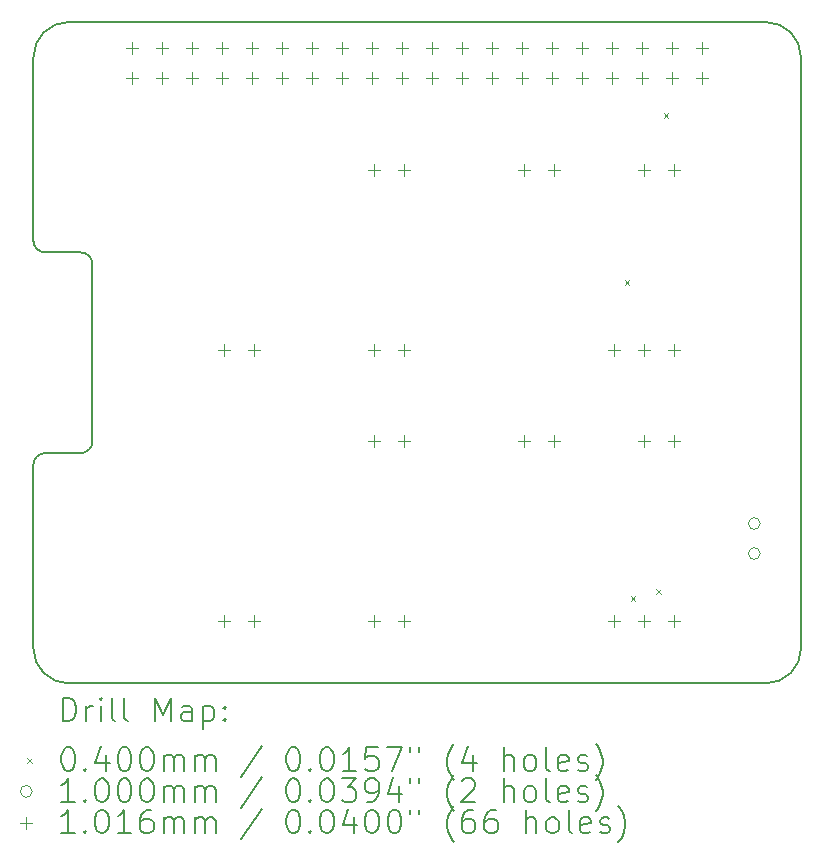
<source format=gbr>
%TF.GenerationSoftware,KiCad,Pcbnew,(6.0.7)*%
%TF.CreationDate,2022-10-26T04:57:18-04:00*%
%TF.ProjectId,RPi_Hat,5250695f-4861-4742-9e6b-696361645f70,rev?*%
%TF.SameCoordinates,Original*%
%TF.FileFunction,Drillmap*%
%TF.FilePolarity,Positive*%
%FSLAX45Y45*%
G04 Gerber Fmt 4.5, Leading zero omitted, Abs format (unit mm)*
G04 Created by KiCad (PCBNEW (6.0.7)) date 2022-10-26 04:57:18*
%MOMM*%
%LPD*%
G01*
G04 APERTURE LIST*
%ADD10C,0.200000*%
%ADD11C,0.040000*%
%ADD12C,0.100000*%
%ADD13C,0.101600*%
G04 APERTURE END LIST*
D10*
X10530700Y-10970500D02*
G75*
G03*
X10830700Y-11270500I300000J0D01*
G01*
X16730700Y-11270500D02*
G75*
G03*
X17030700Y-10970500I0J300000D01*
G01*
X10530700Y-7520500D02*
G75*
G03*
X10630700Y-7620500I100000J0D01*
G01*
X11030700Y-7720500D02*
G75*
G03*
X10930700Y-7620500I-100000J0D01*
G01*
X10930700Y-9320500D02*
G75*
G03*
X11030700Y-9220500I0J100000D01*
G01*
X10630700Y-9320500D02*
G75*
G03*
X10530700Y-9420500I0J-100000D01*
G01*
X10830700Y-5670500D02*
G75*
G03*
X10530700Y-5970500I0J-300000D01*
G01*
X10830700Y-5670500D02*
X16730700Y-5670500D01*
X17030700Y-5970500D02*
G75*
G03*
X16730700Y-5670500I-300000J0D01*
G01*
X10530700Y-5970500D02*
X10530700Y-7520500D01*
X10530700Y-9420500D02*
X10530700Y-10970500D01*
X17030700Y-5970500D02*
X17030700Y-10970500D01*
X10630700Y-9320500D02*
X10930700Y-9320500D01*
X11030700Y-7720500D02*
X11030700Y-9220500D01*
X10630700Y-7620500D02*
X10930700Y-7620500D01*
X10830700Y-11270500D02*
X16730700Y-11270500D01*
D11*
X15537500Y-7854000D02*
X15577500Y-7894000D01*
X15577500Y-7854000D02*
X15537500Y-7894000D01*
X15588300Y-10533700D02*
X15628300Y-10573700D01*
X15628300Y-10533700D02*
X15588300Y-10573700D01*
X15804200Y-10470200D02*
X15844200Y-10510200D01*
X15844200Y-10470200D02*
X15804200Y-10510200D01*
X15867700Y-6444300D02*
X15907700Y-6484300D01*
X15907700Y-6444300D02*
X15867700Y-6484300D01*
D12*
X16684500Y-9916700D02*
G75*
G03*
X16684500Y-9916700I-50000J0D01*
G01*
X16684500Y-10170700D02*
G75*
G03*
X16684500Y-10170700I-50000J0D01*
G01*
D13*
X11367700Y-5842700D02*
X11367700Y-5944300D01*
X11316900Y-5893500D02*
X11418500Y-5893500D01*
X11367700Y-6096700D02*
X11367700Y-6198300D01*
X11316900Y-6147500D02*
X11418500Y-6147500D01*
X11621700Y-5842700D02*
X11621700Y-5944300D01*
X11570900Y-5893500D02*
X11672500Y-5893500D01*
X11621700Y-6096700D02*
X11621700Y-6198300D01*
X11570900Y-6147500D02*
X11672500Y-6147500D01*
X11875700Y-5842700D02*
X11875700Y-5944300D01*
X11824900Y-5893500D02*
X11926500Y-5893500D01*
X11875700Y-6096700D02*
X11875700Y-6198300D01*
X11824900Y-6147500D02*
X11926500Y-6147500D01*
X12129700Y-5842700D02*
X12129700Y-5944300D01*
X12078900Y-5893500D02*
X12180500Y-5893500D01*
X12129700Y-6096700D02*
X12129700Y-6198300D01*
X12078900Y-6147500D02*
X12180500Y-6147500D01*
X12141200Y-8394700D02*
X12141200Y-8496300D01*
X12090400Y-8445500D02*
X12192000Y-8445500D01*
X12141200Y-10693400D02*
X12141200Y-10795000D01*
X12090400Y-10744200D02*
X12192000Y-10744200D01*
X12383700Y-5842700D02*
X12383700Y-5944300D01*
X12332900Y-5893500D02*
X12434500Y-5893500D01*
X12383700Y-6096700D02*
X12383700Y-6198300D01*
X12332900Y-6147500D02*
X12434500Y-6147500D01*
X12395200Y-8394700D02*
X12395200Y-8496300D01*
X12344400Y-8445500D02*
X12446000Y-8445500D01*
X12395200Y-10693400D02*
X12395200Y-10795000D01*
X12344400Y-10744200D02*
X12446000Y-10744200D01*
X12637700Y-5842700D02*
X12637700Y-5944300D01*
X12586900Y-5893500D02*
X12688500Y-5893500D01*
X12637700Y-6096700D02*
X12637700Y-6198300D01*
X12586900Y-6147500D02*
X12688500Y-6147500D01*
X12891700Y-5842700D02*
X12891700Y-5944300D01*
X12840900Y-5893500D02*
X12942500Y-5893500D01*
X12891700Y-6096700D02*
X12891700Y-6198300D01*
X12840900Y-6147500D02*
X12942500Y-6147500D01*
X13145700Y-5842700D02*
X13145700Y-5944300D01*
X13094900Y-5893500D02*
X13196500Y-5893500D01*
X13145700Y-6096700D02*
X13145700Y-6198300D01*
X13094900Y-6147500D02*
X13196500Y-6147500D01*
X13399700Y-5842700D02*
X13399700Y-5944300D01*
X13348900Y-5893500D02*
X13450500Y-5893500D01*
X13399700Y-6096700D02*
X13399700Y-6198300D01*
X13348900Y-6147500D02*
X13450500Y-6147500D01*
X13411200Y-6870700D02*
X13411200Y-6972300D01*
X13360400Y-6921500D02*
X13462000Y-6921500D01*
X13411200Y-8394700D02*
X13411200Y-8496300D01*
X13360400Y-8445500D02*
X13462000Y-8445500D01*
X13411200Y-9169400D02*
X13411200Y-9271000D01*
X13360400Y-9220200D02*
X13462000Y-9220200D01*
X13411200Y-10693400D02*
X13411200Y-10795000D01*
X13360400Y-10744200D02*
X13462000Y-10744200D01*
X13653700Y-5842700D02*
X13653700Y-5944300D01*
X13602900Y-5893500D02*
X13704500Y-5893500D01*
X13653700Y-6096700D02*
X13653700Y-6198300D01*
X13602900Y-6147500D02*
X13704500Y-6147500D01*
X13665200Y-6870700D02*
X13665200Y-6972300D01*
X13614400Y-6921500D02*
X13716000Y-6921500D01*
X13665200Y-8394700D02*
X13665200Y-8496300D01*
X13614400Y-8445500D02*
X13716000Y-8445500D01*
X13665200Y-9169400D02*
X13665200Y-9271000D01*
X13614400Y-9220200D02*
X13716000Y-9220200D01*
X13665200Y-10693400D02*
X13665200Y-10795000D01*
X13614400Y-10744200D02*
X13716000Y-10744200D01*
X13907700Y-5842700D02*
X13907700Y-5944300D01*
X13856900Y-5893500D02*
X13958500Y-5893500D01*
X13907700Y-6096700D02*
X13907700Y-6198300D01*
X13856900Y-6147500D02*
X13958500Y-6147500D01*
X14161700Y-5842700D02*
X14161700Y-5944300D01*
X14110900Y-5893500D02*
X14212500Y-5893500D01*
X14161700Y-6096700D02*
X14161700Y-6198300D01*
X14110900Y-6147500D02*
X14212500Y-6147500D01*
X14415700Y-5842700D02*
X14415700Y-5944300D01*
X14364900Y-5893500D02*
X14466500Y-5893500D01*
X14415700Y-6096700D02*
X14415700Y-6198300D01*
X14364900Y-6147500D02*
X14466500Y-6147500D01*
X14669700Y-5842700D02*
X14669700Y-5944300D01*
X14618900Y-5893500D02*
X14720500Y-5893500D01*
X14669700Y-6096700D02*
X14669700Y-6198300D01*
X14618900Y-6147500D02*
X14720500Y-6147500D01*
X14681200Y-6870700D02*
X14681200Y-6972300D01*
X14630400Y-6921500D02*
X14732000Y-6921500D01*
X14681200Y-9169400D02*
X14681200Y-9271000D01*
X14630400Y-9220200D02*
X14732000Y-9220200D01*
X14923700Y-5842700D02*
X14923700Y-5944300D01*
X14872900Y-5893500D02*
X14974500Y-5893500D01*
X14923700Y-6096700D02*
X14923700Y-6198300D01*
X14872900Y-6147500D02*
X14974500Y-6147500D01*
X14935200Y-6870700D02*
X14935200Y-6972300D01*
X14884400Y-6921500D02*
X14986000Y-6921500D01*
X14935200Y-9169400D02*
X14935200Y-9271000D01*
X14884400Y-9220200D02*
X14986000Y-9220200D01*
X15177700Y-5842700D02*
X15177700Y-5944300D01*
X15126900Y-5893500D02*
X15228500Y-5893500D01*
X15177700Y-6096700D02*
X15177700Y-6198300D01*
X15126900Y-6147500D02*
X15228500Y-6147500D01*
X15431700Y-5842700D02*
X15431700Y-5944300D01*
X15380900Y-5893500D02*
X15482500Y-5893500D01*
X15431700Y-6096700D02*
X15431700Y-6198300D01*
X15380900Y-6147500D02*
X15482500Y-6147500D01*
X15443200Y-8394700D02*
X15443200Y-8496300D01*
X15392400Y-8445500D02*
X15494000Y-8445500D01*
X15443200Y-10693400D02*
X15443200Y-10795000D01*
X15392400Y-10744200D02*
X15494000Y-10744200D01*
X15685700Y-5842700D02*
X15685700Y-5944300D01*
X15634900Y-5893500D02*
X15736500Y-5893500D01*
X15685700Y-6096700D02*
X15685700Y-6198300D01*
X15634900Y-6147500D02*
X15736500Y-6147500D01*
X15697200Y-6870700D02*
X15697200Y-6972300D01*
X15646400Y-6921500D02*
X15748000Y-6921500D01*
X15697200Y-8394700D02*
X15697200Y-8496300D01*
X15646400Y-8445500D02*
X15748000Y-8445500D01*
X15697200Y-9169400D02*
X15697200Y-9271000D01*
X15646400Y-9220200D02*
X15748000Y-9220200D01*
X15697200Y-10693400D02*
X15697200Y-10795000D01*
X15646400Y-10744200D02*
X15748000Y-10744200D01*
X15939700Y-5842700D02*
X15939700Y-5944300D01*
X15888900Y-5893500D02*
X15990500Y-5893500D01*
X15939700Y-6096700D02*
X15939700Y-6198300D01*
X15888900Y-6147500D02*
X15990500Y-6147500D01*
X15951200Y-6870700D02*
X15951200Y-6972300D01*
X15900400Y-6921500D02*
X16002000Y-6921500D01*
X15951200Y-8394700D02*
X15951200Y-8496300D01*
X15900400Y-8445500D02*
X16002000Y-8445500D01*
X15951200Y-9169400D02*
X15951200Y-9271000D01*
X15900400Y-9220200D02*
X16002000Y-9220200D01*
X15951200Y-10693400D02*
X15951200Y-10795000D01*
X15900400Y-10744200D02*
X16002000Y-10744200D01*
X16193700Y-5842700D02*
X16193700Y-5944300D01*
X16142900Y-5893500D02*
X16244500Y-5893500D01*
X16193700Y-6096700D02*
X16193700Y-6198300D01*
X16142900Y-6147500D02*
X16244500Y-6147500D01*
D10*
X10778319Y-11590976D02*
X10778319Y-11390976D01*
X10825938Y-11390976D01*
X10854510Y-11400500D01*
X10873557Y-11419548D01*
X10883081Y-11438595D01*
X10892605Y-11476690D01*
X10892605Y-11505262D01*
X10883081Y-11543357D01*
X10873557Y-11562405D01*
X10854510Y-11581452D01*
X10825938Y-11590976D01*
X10778319Y-11590976D01*
X10978319Y-11590976D02*
X10978319Y-11457643D01*
X10978319Y-11495738D02*
X10987843Y-11476690D01*
X10997367Y-11467167D01*
X11016414Y-11457643D01*
X11035462Y-11457643D01*
X11102129Y-11590976D02*
X11102129Y-11457643D01*
X11102129Y-11390976D02*
X11092605Y-11400500D01*
X11102129Y-11410024D01*
X11111652Y-11400500D01*
X11102129Y-11390976D01*
X11102129Y-11410024D01*
X11225938Y-11590976D02*
X11206890Y-11581452D01*
X11197367Y-11562405D01*
X11197367Y-11390976D01*
X11330700Y-11590976D02*
X11311652Y-11581452D01*
X11302128Y-11562405D01*
X11302128Y-11390976D01*
X11559271Y-11590976D02*
X11559271Y-11390976D01*
X11625938Y-11533833D01*
X11692605Y-11390976D01*
X11692605Y-11590976D01*
X11873557Y-11590976D02*
X11873557Y-11486214D01*
X11864033Y-11467167D01*
X11844986Y-11457643D01*
X11806890Y-11457643D01*
X11787843Y-11467167D01*
X11873557Y-11581452D02*
X11854509Y-11590976D01*
X11806890Y-11590976D01*
X11787843Y-11581452D01*
X11778319Y-11562405D01*
X11778319Y-11543357D01*
X11787843Y-11524309D01*
X11806890Y-11514786D01*
X11854509Y-11514786D01*
X11873557Y-11505262D01*
X11968795Y-11457643D02*
X11968795Y-11657643D01*
X11968795Y-11467167D02*
X11987843Y-11457643D01*
X12025938Y-11457643D01*
X12044986Y-11467167D01*
X12054509Y-11476690D01*
X12064033Y-11495738D01*
X12064033Y-11552881D01*
X12054509Y-11571928D01*
X12044986Y-11581452D01*
X12025938Y-11590976D01*
X11987843Y-11590976D01*
X11968795Y-11581452D01*
X12149748Y-11571928D02*
X12159271Y-11581452D01*
X12149748Y-11590976D01*
X12140224Y-11581452D01*
X12149748Y-11571928D01*
X12149748Y-11590976D01*
X12149748Y-11467167D02*
X12159271Y-11476690D01*
X12149748Y-11486214D01*
X12140224Y-11476690D01*
X12149748Y-11467167D01*
X12149748Y-11486214D01*
D11*
X10480700Y-11900500D02*
X10520700Y-11940500D01*
X10520700Y-11900500D02*
X10480700Y-11940500D01*
D10*
X10816414Y-11810976D02*
X10835462Y-11810976D01*
X10854510Y-11820500D01*
X10864033Y-11830024D01*
X10873557Y-11849071D01*
X10883081Y-11887167D01*
X10883081Y-11934786D01*
X10873557Y-11972881D01*
X10864033Y-11991928D01*
X10854510Y-12001452D01*
X10835462Y-12010976D01*
X10816414Y-12010976D01*
X10797367Y-12001452D01*
X10787843Y-11991928D01*
X10778319Y-11972881D01*
X10768795Y-11934786D01*
X10768795Y-11887167D01*
X10778319Y-11849071D01*
X10787843Y-11830024D01*
X10797367Y-11820500D01*
X10816414Y-11810976D01*
X10968795Y-11991928D02*
X10978319Y-12001452D01*
X10968795Y-12010976D01*
X10959271Y-12001452D01*
X10968795Y-11991928D01*
X10968795Y-12010976D01*
X11149748Y-11877643D02*
X11149748Y-12010976D01*
X11102129Y-11801452D02*
X11054510Y-11944309D01*
X11178319Y-11944309D01*
X11292605Y-11810976D02*
X11311652Y-11810976D01*
X11330700Y-11820500D01*
X11340224Y-11830024D01*
X11349748Y-11849071D01*
X11359271Y-11887167D01*
X11359271Y-11934786D01*
X11349748Y-11972881D01*
X11340224Y-11991928D01*
X11330700Y-12001452D01*
X11311652Y-12010976D01*
X11292605Y-12010976D01*
X11273557Y-12001452D01*
X11264033Y-11991928D01*
X11254509Y-11972881D01*
X11244986Y-11934786D01*
X11244986Y-11887167D01*
X11254509Y-11849071D01*
X11264033Y-11830024D01*
X11273557Y-11820500D01*
X11292605Y-11810976D01*
X11483081Y-11810976D02*
X11502128Y-11810976D01*
X11521176Y-11820500D01*
X11530700Y-11830024D01*
X11540224Y-11849071D01*
X11549748Y-11887167D01*
X11549748Y-11934786D01*
X11540224Y-11972881D01*
X11530700Y-11991928D01*
X11521176Y-12001452D01*
X11502128Y-12010976D01*
X11483081Y-12010976D01*
X11464033Y-12001452D01*
X11454509Y-11991928D01*
X11444986Y-11972881D01*
X11435462Y-11934786D01*
X11435462Y-11887167D01*
X11444986Y-11849071D01*
X11454509Y-11830024D01*
X11464033Y-11820500D01*
X11483081Y-11810976D01*
X11635462Y-12010976D02*
X11635462Y-11877643D01*
X11635462Y-11896690D02*
X11644986Y-11887167D01*
X11664033Y-11877643D01*
X11692605Y-11877643D01*
X11711652Y-11887167D01*
X11721176Y-11906214D01*
X11721176Y-12010976D01*
X11721176Y-11906214D02*
X11730700Y-11887167D01*
X11749748Y-11877643D01*
X11778319Y-11877643D01*
X11797367Y-11887167D01*
X11806890Y-11906214D01*
X11806890Y-12010976D01*
X11902128Y-12010976D02*
X11902128Y-11877643D01*
X11902128Y-11896690D02*
X11911652Y-11887167D01*
X11930700Y-11877643D01*
X11959271Y-11877643D01*
X11978319Y-11887167D01*
X11987843Y-11906214D01*
X11987843Y-12010976D01*
X11987843Y-11906214D02*
X11997367Y-11887167D01*
X12016414Y-11877643D01*
X12044986Y-11877643D01*
X12064033Y-11887167D01*
X12073557Y-11906214D01*
X12073557Y-12010976D01*
X12464033Y-11801452D02*
X12292605Y-12058595D01*
X12721176Y-11810976D02*
X12740224Y-11810976D01*
X12759271Y-11820500D01*
X12768795Y-11830024D01*
X12778319Y-11849071D01*
X12787843Y-11887167D01*
X12787843Y-11934786D01*
X12778319Y-11972881D01*
X12768795Y-11991928D01*
X12759271Y-12001452D01*
X12740224Y-12010976D01*
X12721176Y-12010976D01*
X12702128Y-12001452D01*
X12692605Y-11991928D01*
X12683081Y-11972881D01*
X12673557Y-11934786D01*
X12673557Y-11887167D01*
X12683081Y-11849071D01*
X12692605Y-11830024D01*
X12702128Y-11820500D01*
X12721176Y-11810976D01*
X12873557Y-11991928D02*
X12883081Y-12001452D01*
X12873557Y-12010976D01*
X12864033Y-12001452D01*
X12873557Y-11991928D01*
X12873557Y-12010976D01*
X13006890Y-11810976D02*
X13025938Y-11810976D01*
X13044986Y-11820500D01*
X13054509Y-11830024D01*
X13064033Y-11849071D01*
X13073557Y-11887167D01*
X13073557Y-11934786D01*
X13064033Y-11972881D01*
X13054509Y-11991928D01*
X13044986Y-12001452D01*
X13025938Y-12010976D01*
X13006890Y-12010976D01*
X12987843Y-12001452D01*
X12978319Y-11991928D01*
X12968795Y-11972881D01*
X12959271Y-11934786D01*
X12959271Y-11887167D01*
X12968795Y-11849071D01*
X12978319Y-11830024D01*
X12987843Y-11820500D01*
X13006890Y-11810976D01*
X13264033Y-12010976D02*
X13149748Y-12010976D01*
X13206890Y-12010976D02*
X13206890Y-11810976D01*
X13187843Y-11839548D01*
X13168795Y-11858595D01*
X13149748Y-11868119D01*
X13444986Y-11810976D02*
X13349748Y-11810976D01*
X13340224Y-11906214D01*
X13349748Y-11896690D01*
X13368795Y-11887167D01*
X13416414Y-11887167D01*
X13435462Y-11896690D01*
X13444986Y-11906214D01*
X13454509Y-11925262D01*
X13454509Y-11972881D01*
X13444986Y-11991928D01*
X13435462Y-12001452D01*
X13416414Y-12010976D01*
X13368795Y-12010976D01*
X13349748Y-12001452D01*
X13340224Y-11991928D01*
X13521176Y-11810976D02*
X13654509Y-11810976D01*
X13568795Y-12010976D01*
X13721176Y-11810976D02*
X13721176Y-11849071D01*
X13797367Y-11810976D02*
X13797367Y-11849071D01*
X14092605Y-12087167D02*
X14083081Y-12077643D01*
X14064033Y-12049071D01*
X14054509Y-12030024D01*
X14044986Y-12001452D01*
X14035462Y-11953833D01*
X14035462Y-11915738D01*
X14044986Y-11868119D01*
X14054509Y-11839548D01*
X14064033Y-11820500D01*
X14083081Y-11791928D01*
X14092605Y-11782405D01*
X14254509Y-11877643D02*
X14254509Y-12010976D01*
X14206890Y-11801452D02*
X14159271Y-11944309D01*
X14283081Y-11944309D01*
X14511652Y-12010976D02*
X14511652Y-11810976D01*
X14597367Y-12010976D02*
X14597367Y-11906214D01*
X14587843Y-11887167D01*
X14568795Y-11877643D01*
X14540224Y-11877643D01*
X14521176Y-11887167D01*
X14511652Y-11896690D01*
X14721176Y-12010976D02*
X14702128Y-12001452D01*
X14692605Y-11991928D01*
X14683081Y-11972881D01*
X14683081Y-11915738D01*
X14692605Y-11896690D01*
X14702128Y-11887167D01*
X14721176Y-11877643D01*
X14749748Y-11877643D01*
X14768795Y-11887167D01*
X14778319Y-11896690D01*
X14787843Y-11915738D01*
X14787843Y-11972881D01*
X14778319Y-11991928D01*
X14768795Y-12001452D01*
X14749748Y-12010976D01*
X14721176Y-12010976D01*
X14902128Y-12010976D02*
X14883081Y-12001452D01*
X14873557Y-11982405D01*
X14873557Y-11810976D01*
X15054509Y-12001452D02*
X15035462Y-12010976D01*
X14997367Y-12010976D01*
X14978319Y-12001452D01*
X14968795Y-11982405D01*
X14968795Y-11906214D01*
X14978319Y-11887167D01*
X14997367Y-11877643D01*
X15035462Y-11877643D01*
X15054509Y-11887167D01*
X15064033Y-11906214D01*
X15064033Y-11925262D01*
X14968795Y-11944309D01*
X15140224Y-12001452D02*
X15159271Y-12010976D01*
X15197367Y-12010976D01*
X15216414Y-12001452D01*
X15225938Y-11982405D01*
X15225938Y-11972881D01*
X15216414Y-11953833D01*
X15197367Y-11944309D01*
X15168795Y-11944309D01*
X15149748Y-11934786D01*
X15140224Y-11915738D01*
X15140224Y-11906214D01*
X15149748Y-11887167D01*
X15168795Y-11877643D01*
X15197367Y-11877643D01*
X15216414Y-11887167D01*
X15292605Y-12087167D02*
X15302128Y-12077643D01*
X15321176Y-12049071D01*
X15330700Y-12030024D01*
X15340224Y-12001452D01*
X15349748Y-11953833D01*
X15349748Y-11915738D01*
X15340224Y-11868119D01*
X15330700Y-11839548D01*
X15321176Y-11820500D01*
X15302128Y-11791928D01*
X15292605Y-11782405D01*
D12*
X10520700Y-12184500D02*
G75*
G03*
X10520700Y-12184500I-50000J0D01*
G01*
D10*
X10883081Y-12274976D02*
X10768795Y-12274976D01*
X10825938Y-12274976D02*
X10825938Y-12074976D01*
X10806890Y-12103548D01*
X10787843Y-12122595D01*
X10768795Y-12132119D01*
X10968795Y-12255928D02*
X10978319Y-12265452D01*
X10968795Y-12274976D01*
X10959271Y-12265452D01*
X10968795Y-12255928D01*
X10968795Y-12274976D01*
X11102129Y-12074976D02*
X11121176Y-12074976D01*
X11140224Y-12084500D01*
X11149748Y-12094024D01*
X11159271Y-12113071D01*
X11168795Y-12151167D01*
X11168795Y-12198786D01*
X11159271Y-12236881D01*
X11149748Y-12255928D01*
X11140224Y-12265452D01*
X11121176Y-12274976D01*
X11102129Y-12274976D01*
X11083081Y-12265452D01*
X11073557Y-12255928D01*
X11064033Y-12236881D01*
X11054510Y-12198786D01*
X11054510Y-12151167D01*
X11064033Y-12113071D01*
X11073557Y-12094024D01*
X11083081Y-12084500D01*
X11102129Y-12074976D01*
X11292605Y-12074976D02*
X11311652Y-12074976D01*
X11330700Y-12084500D01*
X11340224Y-12094024D01*
X11349748Y-12113071D01*
X11359271Y-12151167D01*
X11359271Y-12198786D01*
X11349748Y-12236881D01*
X11340224Y-12255928D01*
X11330700Y-12265452D01*
X11311652Y-12274976D01*
X11292605Y-12274976D01*
X11273557Y-12265452D01*
X11264033Y-12255928D01*
X11254509Y-12236881D01*
X11244986Y-12198786D01*
X11244986Y-12151167D01*
X11254509Y-12113071D01*
X11264033Y-12094024D01*
X11273557Y-12084500D01*
X11292605Y-12074976D01*
X11483081Y-12074976D02*
X11502128Y-12074976D01*
X11521176Y-12084500D01*
X11530700Y-12094024D01*
X11540224Y-12113071D01*
X11549748Y-12151167D01*
X11549748Y-12198786D01*
X11540224Y-12236881D01*
X11530700Y-12255928D01*
X11521176Y-12265452D01*
X11502128Y-12274976D01*
X11483081Y-12274976D01*
X11464033Y-12265452D01*
X11454509Y-12255928D01*
X11444986Y-12236881D01*
X11435462Y-12198786D01*
X11435462Y-12151167D01*
X11444986Y-12113071D01*
X11454509Y-12094024D01*
X11464033Y-12084500D01*
X11483081Y-12074976D01*
X11635462Y-12274976D02*
X11635462Y-12141643D01*
X11635462Y-12160690D02*
X11644986Y-12151167D01*
X11664033Y-12141643D01*
X11692605Y-12141643D01*
X11711652Y-12151167D01*
X11721176Y-12170214D01*
X11721176Y-12274976D01*
X11721176Y-12170214D02*
X11730700Y-12151167D01*
X11749748Y-12141643D01*
X11778319Y-12141643D01*
X11797367Y-12151167D01*
X11806890Y-12170214D01*
X11806890Y-12274976D01*
X11902128Y-12274976D02*
X11902128Y-12141643D01*
X11902128Y-12160690D02*
X11911652Y-12151167D01*
X11930700Y-12141643D01*
X11959271Y-12141643D01*
X11978319Y-12151167D01*
X11987843Y-12170214D01*
X11987843Y-12274976D01*
X11987843Y-12170214D02*
X11997367Y-12151167D01*
X12016414Y-12141643D01*
X12044986Y-12141643D01*
X12064033Y-12151167D01*
X12073557Y-12170214D01*
X12073557Y-12274976D01*
X12464033Y-12065452D02*
X12292605Y-12322595D01*
X12721176Y-12074976D02*
X12740224Y-12074976D01*
X12759271Y-12084500D01*
X12768795Y-12094024D01*
X12778319Y-12113071D01*
X12787843Y-12151167D01*
X12787843Y-12198786D01*
X12778319Y-12236881D01*
X12768795Y-12255928D01*
X12759271Y-12265452D01*
X12740224Y-12274976D01*
X12721176Y-12274976D01*
X12702128Y-12265452D01*
X12692605Y-12255928D01*
X12683081Y-12236881D01*
X12673557Y-12198786D01*
X12673557Y-12151167D01*
X12683081Y-12113071D01*
X12692605Y-12094024D01*
X12702128Y-12084500D01*
X12721176Y-12074976D01*
X12873557Y-12255928D02*
X12883081Y-12265452D01*
X12873557Y-12274976D01*
X12864033Y-12265452D01*
X12873557Y-12255928D01*
X12873557Y-12274976D01*
X13006890Y-12074976D02*
X13025938Y-12074976D01*
X13044986Y-12084500D01*
X13054509Y-12094024D01*
X13064033Y-12113071D01*
X13073557Y-12151167D01*
X13073557Y-12198786D01*
X13064033Y-12236881D01*
X13054509Y-12255928D01*
X13044986Y-12265452D01*
X13025938Y-12274976D01*
X13006890Y-12274976D01*
X12987843Y-12265452D01*
X12978319Y-12255928D01*
X12968795Y-12236881D01*
X12959271Y-12198786D01*
X12959271Y-12151167D01*
X12968795Y-12113071D01*
X12978319Y-12094024D01*
X12987843Y-12084500D01*
X13006890Y-12074976D01*
X13140224Y-12074976D02*
X13264033Y-12074976D01*
X13197367Y-12151167D01*
X13225938Y-12151167D01*
X13244986Y-12160690D01*
X13254509Y-12170214D01*
X13264033Y-12189262D01*
X13264033Y-12236881D01*
X13254509Y-12255928D01*
X13244986Y-12265452D01*
X13225938Y-12274976D01*
X13168795Y-12274976D01*
X13149748Y-12265452D01*
X13140224Y-12255928D01*
X13359271Y-12274976D02*
X13397367Y-12274976D01*
X13416414Y-12265452D01*
X13425938Y-12255928D01*
X13444986Y-12227357D01*
X13454509Y-12189262D01*
X13454509Y-12113071D01*
X13444986Y-12094024D01*
X13435462Y-12084500D01*
X13416414Y-12074976D01*
X13378319Y-12074976D01*
X13359271Y-12084500D01*
X13349748Y-12094024D01*
X13340224Y-12113071D01*
X13340224Y-12160690D01*
X13349748Y-12179738D01*
X13359271Y-12189262D01*
X13378319Y-12198786D01*
X13416414Y-12198786D01*
X13435462Y-12189262D01*
X13444986Y-12179738D01*
X13454509Y-12160690D01*
X13625938Y-12141643D02*
X13625938Y-12274976D01*
X13578319Y-12065452D02*
X13530700Y-12208309D01*
X13654509Y-12208309D01*
X13721176Y-12074976D02*
X13721176Y-12113071D01*
X13797367Y-12074976D02*
X13797367Y-12113071D01*
X14092605Y-12351167D02*
X14083081Y-12341643D01*
X14064033Y-12313071D01*
X14054509Y-12294024D01*
X14044986Y-12265452D01*
X14035462Y-12217833D01*
X14035462Y-12179738D01*
X14044986Y-12132119D01*
X14054509Y-12103548D01*
X14064033Y-12084500D01*
X14083081Y-12055928D01*
X14092605Y-12046405D01*
X14159271Y-12094024D02*
X14168795Y-12084500D01*
X14187843Y-12074976D01*
X14235462Y-12074976D01*
X14254509Y-12084500D01*
X14264033Y-12094024D01*
X14273557Y-12113071D01*
X14273557Y-12132119D01*
X14264033Y-12160690D01*
X14149748Y-12274976D01*
X14273557Y-12274976D01*
X14511652Y-12274976D02*
X14511652Y-12074976D01*
X14597367Y-12274976D02*
X14597367Y-12170214D01*
X14587843Y-12151167D01*
X14568795Y-12141643D01*
X14540224Y-12141643D01*
X14521176Y-12151167D01*
X14511652Y-12160690D01*
X14721176Y-12274976D02*
X14702128Y-12265452D01*
X14692605Y-12255928D01*
X14683081Y-12236881D01*
X14683081Y-12179738D01*
X14692605Y-12160690D01*
X14702128Y-12151167D01*
X14721176Y-12141643D01*
X14749748Y-12141643D01*
X14768795Y-12151167D01*
X14778319Y-12160690D01*
X14787843Y-12179738D01*
X14787843Y-12236881D01*
X14778319Y-12255928D01*
X14768795Y-12265452D01*
X14749748Y-12274976D01*
X14721176Y-12274976D01*
X14902128Y-12274976D02*
X14883081Y-12265452D01*
X14873557Y-12246405D01*
X14873557Y-12074976D01*
X15054509Y-12265452D02*
X15035462Y-12274976D01*
X14997367Y-12274976D01*
X14978319Y-12265452D01*
X14968795Y-12246405D01*
X14968795Y-12170214D01*
X14978319Y-12151167D01*
X14997367Y-12141643D01*
X15035462Y-12141643D01*
X15054509Y-12151167D01*
X15064033Y-12170214D01*
X15064033Y-12189262D01*
X14968795Y-12208309D01*
X15140224Y-12265452D02*
X15159271Y-12274976D01*
X15197367Y-12274976D01*
X15216414Y-12265452D01*
X15225938Y-12246405D01*
X15225938Y-12236881D01*
X15216414Y-12217833D01*
X15197367Y-12208309D01*
X15168795Y-12208309D01*
X15149748Y-12198786D01*
X15140224Y-12179738D01*
X15140224Y-12170214D01*
X15149748Y-12151167D01*
X15168795Y-12141643D01*
X15197367Y-12141643D01*
X15216414Y-12151167D01*
X15292605Y-12351167D02*
X15302128Y-12341643D01*
X15321176Y-12313071D01*
X15330700Y-12294024D01*
X15340224Y-12265452D01*
X15349748Y-12217833D01*
X15349748Y-12179738D01*
X15340224Y-12132119D01*
X15330700Y-12103548D01*
X15321176Y-12084500D01*
X15302128Y-12055928D01*
X15292605Y-12046405D01*
D13*
X10469900Y-12397700D02*
X10469900Y-12499300D01*
X10419100Y-12448500D02*
X10520700Y-12448500D01*
D10*
X10883081Y-12538976D02*
X10768795Y-12538976D01*
X10825938Y-12538976D02*
X10825938Y-12338976D01*
X10806890Y-12367548D01*
X10787843Y-12386595D01*
X10768795Y-12396119D01*
X10968795Y-12519928D02*
X10978319Y-12529452D01*
X10968795Y-12538976D01*
X10959271Y-12529452D01*
X10968795Y-12519928D01*
X10968795Y-12538976D01*
X11102129Y-12338976D02*
X11121176Y-12338976D01*
X11140224Y-12348500D01*
X11149748Y-12358024D01*
X11159271Y-12377071D01*
X11168795Y-12415167D01*
X11168795Y-12462786D01*
X11159271Y-12500881D01*
X11149748Y-12519928D01*
X11140224Y-12529452D01*
X11121176Y-12538976D01*
X11102129Y-12538976D01*
X11083081Y-12529452D01*
X11073557Y-12519928D01*
X11064033Y-12500881D01*
X11054510Y-12462786D01*
X11054510Y-12415167D01*
X11064033Y-12377071D01*
X11073557Y-12358024D01*
X11083081Y-12348500D01*
X11102129Y-12338976D01*
X11359271Y-12538976D02*
X11244986Y-12538976D01*
X11302128Y-12538976D02*
X11302128Y-12338976D01*
X11283081Y-12367548D01*
X11264033Y-12386595D01*
X11244986Y-12396119D01*
X11530700Y-12338976D02*
X11492605Y-12338976D01*
X11473557Y-12348500D01*
X11464033Y-12358024D01*
X11444986Y-12386595D01*
X11435462Y-12424690D01*
X11435462Y-12500881D01*
X11444986Y-12519928D01*
X11454509Y-12529452D01*
X11473557Y-12538976D01*
X11511652Y-12538976D01*
X11530700Y-12529452D01*
X11540224Y-12519928D01*
X11549748Y-12500881D01*
X11549748Y-12453262D01*
X11540224Y-12434214D01*
X11530700Y-12424690D01*
X11511652Y-12415167D01*
X11473557Y-12415167D01*
X11454509Y-12424690D01*
X11444986Y-12434214D01*
X11435462Y-12453262D01*
X11635462Y-12538976D02*
X11635462Y-12405643D01*
X11635462Y-12424690D02*
X11644986Y-12415167D01*
X11664033Y-12405643D01*
X11692605Y-12405643D01*
X11711652Y-12415167D01*
X11721176Y-12434214D01*
X11721176Y-12538976D01*
X11721176Y-12434214D02*
X11730700Y-12415167D01*
X11749748Y-12405643D01*
X11778319Y-12405643D01*
X11797367Y-12415167D01*
X11806890Y-12434214D01*
X11806890Y-12538976D01*
X11902128Y-12538976D02*
X11902128Y-12405643D01*
X11902128Y-12424690D02*
X11911652Y-12415167D01*
X11930700Y-12405643D01*
X11959271Y-12405643D01*
X11978319Y-12415167D01*
X11987843Y-12434214D01*
X11987843Y-12538976D01*
X11987843Y-12434214D02*
X11997367Y-12415167D01*
X12016414Y-12405643D01*
X12044986Y-12405643D01*
X12064033Y-12415167D01*
X12073557Y-12434214D01*
X12073557Y-12538976D01*
X12464033Y-12329452D02*
X12292605Y-12586595D01*
X12721176Y-12338976D02*
X12740224Y-12338976D01*
X12759271Y-12348500D01*
X12768795Y-12358024D01*
X12778319Y-12377071D01*
X12787843Y-12415167D01*
X12787843Y-12462786D01*
X12778319Y-12500881D01*
X12768795Y-12519928D01*
X12759271Y-12529452D01*
X12740224Y-12538976D01*
X12721176Y-12538976D01*
X12702128Y-12529452D01*
X12692605Y-12519928D01*
X12683081Y-12500881D01*
X12673557Y-12462786D01*
X12673557Y-12415167D01*
X12683081Y-12377071D01*
X12692605Y-12358024D01*
X12702128Y-12348500D01*
X12721176Y-12338976D01*
X12873557Y-12519928D02*
X12883081Y-12529452D01*
X12873557Y-12538976D01*
X12864033Y-12529452D01*
X12873557Y-12519928D01*
X12873557Y-12538976D01*
X13006890Y-12338976D02*
X13025938Y-12338976D01*
X13044986Y-12348500D01*
X13054509Y-12358024D01*
X13064033Y-12377071D01*
X13073557Y-12415167D01*
X13073557Y-12462786D01*
X13064033Y-12500881D01*
X13054509Y-12519928D01*
X13044986Y-12529452D01*
X13025938Y-12538976D01*
X13006890Y-12538976D01*
X12987843Y-12529452D01*
X12978319Y-12519928D01*
X12968795Y-12500881D01*
X12959271Y-12462786D01*
X12959271Y-12415167D01*
X12968795Y-12377071D01*
X12978319Y-12358024D01*
X12987843Y-12348500D01*
X13006890Y-12338976D01*
X13244986Y-12405643D02*
X13244986Y-12538976D01*
X13197367Y-12329452D02*
X13149748Y-12472309D01*
X13273557Y-12472309D01*
X13387843Y-12338976D02*
X13406890Y-12338976D01*
X13425938Y-12348500D01*
X13435462Y-12358024D01*
X13444986Y-12377071D01*
X13454509Y-12415167D01*
X13454509Y-12462786D01*
X13444986Y-12500881D01*
X13435462Y-12519928D01*
X13425938Y-12529452D01*
X13406890Y-12538976D01*
X13387843Y-12538976D01*
X13368795Y-12529452D01*
X13359271Y-12519928D01*
X13349748Y-12500881D01*
X13340224Y-12462786D01*
X13340224Y-12415167D01*
X13349748Y-12377071D01*
X13359271Y-12358024D01*
X13368795Y-12348500D01*
X13387843Y-12338976D01*
X13578319Y-12338976D02*
X13597367Y-12338976D01*
X13616414Y-12348500D01*
X13625938Y-12358024D01*
X13635462Y-12377071D01*
X13644986Y-12415167D01*
X13644986Y-12462786D01*
X13635462Y-12500881D01*
X13625938Y-12519928D01*
X13616414Y-12529452D01*
X13597367Y-12538976D01*
X13578319Y-12538976D01*
X13559271Y-12529452D01*
X13549748Y-12519928D01*
X13540224Y-12500881D01*
X13530700Y-12462786D01*
X13530700Y-12415167D01*
X13540224Y-12377071D01*
X13549748Y-12358024D01*
X13559271Y-12348500D01*
X13578319Y-12338976D01*
X13721176Y-12338976D02*
X13721176Y-12377071D01*
X13797367Y-12338976D02*
X13797367Y-12377071D01*
X14092605Y-12615167D02*
X14083081Y-12605643D01*
X14064033Y-12577071D01*
X14054509Y-12558024D01*
X14044986Y-12529452D01*
X14035462Y-12481833D01*
X14035462Y-12443738D01*
X14044986Y-12396119D01*
X14054509Y-12367548D01*
X14064033Y-12348500D01*
X14083081Y-12319928D01*
X14092605Y-12310405D01*
X14254509Y-12338976D02*
X14216414Y-12338976D01*
X14197367Y-12348500D01*
X14187843Y-12358024D01*
X14168795Y-12386595D01*
X14159271Y-12424690D01*
X14159271Y-12500881D01*
X14168795Y-12519928D01*
X14178319Y-12529452D01*
X14197367Y-12538976D01*
X14235462Y-12538976D01*
X14254509Y-12529452D01*
X14264033Y-12519928D01*
X14273557Y-12500881D01*
X14273557Y-12453262D01*
X14264033Y-12434214D01*
X14254509Y-12424690D01*
X14235462Y-12415167D01*
X14197367Y-12415167D01*
X14178319Y-12424690D01*
X14168795Y-12434214D01*
X14159271Y-12453262D01*
X14444986Y-12338976D02*
X14406890Y-12338976D01*
X14387843Y-12348500D01*
X14378319Y-12358024D01*
X14359271Y-12386595D01*
X14349748Y-12424690D01*
X14349748Y-12500881D01*
X14359271Y-12519928D01*
X14368795Y-12529452D01*
X14387843Y-12538976D01*
X14425938Y-12538976D01*
X14444986Y-12529452D01*
X14454509Y-12519928D01*
X14464033Y-12500881D01*
X14464033Y-12453262D01*
X14454509Y-12434214D01*
X14444986Y-12424690D01*
X14425938Y-12415167D01*
X14387843Y-12415167D01*
X14368795Y-12424690D01*
X14359271Y-12434214D01*
X14349748Y-12453262D01*
X14702128Y-12538976D02*
X14702128Y-12338976D01*
X14787843Y-12538976D02*
X14787843Y-12434214D01*
X14778319Y-12415167D01*
X14759271Y-12405643D01*
X14730700Y-12405643D01*
X14711652Y-12415167D01*
X14702128Y-12424690D01*
X14911652Y-12538976D02*
X14892605Y-12529452D01*
X14883081Y-12519928D01*
X14873557Y-12500881D01*
X14873557Y-12443738D01*
X14883081Y-12424690D01*
X14892605Y-12415167D01*
X14911652Y-12405643D01*
X14940224Y-12405643D01*
X14959271Y-12415167D01*
X14968795Y-12424690D01*
X14978319Y-12443738D01*
X14978319Y-12500881D01*
X14968795Y-12519928D01*
X14959271Y-12529452D01*
X14940224Y-12538976D01*
X14911652Y-12538976D01*
X15092605Y-12538976D02*
X15073557Y-12529452D01*
X15064033Y-12510405D01*
X15064033Y-12338976D01*
X15244986Y-12529452D02*
X15225938Y-12538976D01*
X15187843Y-12538976D01*
X15168795Y-12529452D01*
X15159271Y-12510405D01*
X15159271Y-12434214D01*
X15168795Y-12415167D01*
X15187843Y-12405643D01*
X15225938Y-12405643D01*
X15244986Y-12415167D01*
X15254509Y-12434214D01*
X15254509Y-12453262D01*
X15159271Y-12472309D01*
X15330700Y-12529452D02*
X15349748Y-12538976D01*
X15387843Y-12538976D01*
X15406890Y-12529452D01*
X15416414Y-12510405D01*
X15416414Y-12500881D01*
X15406890Y-12481833D01*
X15387843Y-12472309D01*
X15359271Y-12472309D01*
X15340224Y-12462786D01*
X15330700Y-12443738D01*
X15330700Y-12434214D01*
X15340224Y-12415167D01*
X15359271Y-12405643D01*
X15387843Y-12405643D01*
X15406890Y-12415167D01*
X15483081Y-12615167D02*
X15492605Y-12605643D01*
X15511652Y-12577071D01*
X15521176Y-12558024D01*
X15530700Y-12529452D01*
X15540224Y-12481833D01*
X15540224Y-12443738D01*
X15530700Y-12396119D01*
X15521176Y-12367548D01*
X15511652Y-12348500D01*
X15492605Y-12319928D01*
X15483081Y-12310405D01*
M02*

</source>
